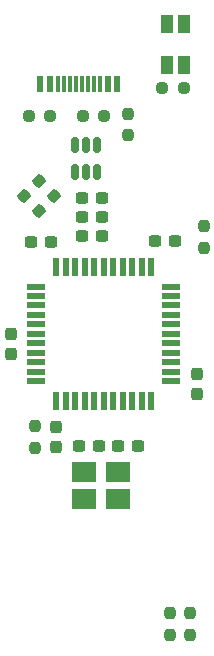
<source format=gtp>
%TF.GenerationSoftware,KiCad,Pcbnew,8.0.5*%
%TF.CreationDate,2024-11-06T11:00:09+13:00*%
%TF.ProjectId,usb_gpib_v3,7573625f-6770-4696-925f-76332e6b6963,C*%
%TF.SameCoordinates,Original*%
%TF.FileFunction,Paste,Top*%
%TF.FilePolarity,Positive*%
%FSLAX46Y46*%
G04 Gerber Fmt 4.6, Leading zero omitted, Abs format (unit mm)*
G04 Created by KiCad (PCBNEW 8.0.5) date 2024-11-06 11:00:09*
%MOMM*%
%LPD*%
G01*
G04 APERTURE LIST*
G04 Aperture macros list*
%AMRoundRect*
0 Rectangle with rounded corners*
0 $1 Rounding radius*
0 $2 $3 $4 $5 $6 $7 $8 $9 X,Y pos of 4 corners*
0 Add a 4 corners polygon primitive as box body*
4,1,4,$2,$3,$4,$5,$6,$7,$8,$9,$2,$3,0*
0 Add four circle primitives for the rounded corners*
1,1,$1+$1,$2,$3*
1,1,$1+$1,$4,$5*
1,1,$1+$1,$6,$7*
1,1,$1+$1,$8,$9*
0 Add four rect primitives between the rounded corners*
20,1,$1+$1,$2,$3,$4,$5,0*
20,1,$1+$1,$4,$5,$6,$7,0*
20,1,$1+$1,$6,$7,$8,$9,0*
20,1,$1+$1,$8,$9,$2,$3,0*%
G04 Aperture macros list end*
%ADD10RoundRect,0.237500X-0.300000X-0.237500X0.300000X-0.237500X0.300000X0.237500X-0.300000X0.237500X0*%
%ADD11RoundRect,0.237500X-0.237500X0.250000X-0.237500X-0.250000X0.237500X-0.250000X0.237500X0.250000X0*%
%ADD12RoundRect,0.237500X0.300000X0.237500X-0.300000X0.237500X-0.300000X-0.237500X0.300000X-0.237500X0*%
%ADD13RoundRect,0.237500X0.250000X0.237500X-0.250000X0.237500X-0.250000X-0.237500X0.250000X-0.237500X0*%
%ADD14RoundRect,0.237500X0.008839X0.344715X-0.344715X-0.008839X-0.008839X-0.344715X0.344715X0.008839X0*%
%ADD15R,1.500000X0.550000*%
%ADD16R,0.550000X1.500000*%
%ADD17RoundRect,0.237500X-0.250000X-0.237500X0.250000X-0.237500X0.250000X0.237500X-0.250000X0.237500X0*%
%ADD18R,0.600000X1.450000*%
%ADD19R,0.300000X1.450000*%
%ADD20RoundRect,0.237500X-0.237500X0.300000X-0.237500X-0.300000X0.237500X-0.300000X0.237500X0.300000X0*%
%ADD21R,0.990600X1.500000*%
%ADD22RoundRect,0.150000X-0.150000X0.512500X-0.150000X-0.512500X0.150000X-0.512500X0.150000X0.512500X0*%
%ADD23R,2.100000X1.800000*%
%ADD24RoundRect,0.237500X0.237500X-0.250000X0.237500X0.250000X-0.237500X0.250000X-0.237500X-0.250000X0*%
G04 APERTURE END LIST*
D10*
%TO.C,C2*%
X106071500Y-101854000D03*
X107796500Y-101854000D03*
%TD*%
D11*
%TO.C,R10*%
X113792000Y-115978300D03*
X113792000Y-117803300D03*
%TD*%
D12*
%TO.C,C6*%
X114237500Y-84500000D03*
X112512500Y-84500000D03*
%TD*%
D13*
%TO.C,R7*%
X108262500Y-73914000D03*
X106437500Y-73914000D03*
%TD*%
%TO.C,R8*%
X103687500Y-73914000D03*
X101862500Y-73914000D03*
%TD*%
D11*
%TO.C,R9*%
X115468400Y-115980200D03*
X115468400Y-117805200D03*
%TD*%
D12*
%TO.C,C5*%
X103732500Y-84550000D03*
X102007500Y-84550000D03*
%TD*%
D14*
%TO.C,R1*%
X102753235Y-79364765D03*
X101462765Y-80655235D03*
%TD*%
D15*
%TO.C,U1*%
X102504000Y-88340000D03*
X102504000Y-89140000D03*
X102504000Y-89940000D03*
X102504000Y-90740000D03*
X102504000Y-91540000D03*
X102504000Y-92340000D03*
X102504000Y-93140000D03*
X102504000Y-93940000D03*
X102504000Y-94740000D03*
X102504000Y-95540000D03*
X102504000Y-96340000D03*
D16*
X104204000Y-98040000D03*
X105004000Y-98040000D03*
X105804000Y-98040000D03*
X106604000Y-98040000D03*
X107404000Y-98040000D03*
X108204000Y-98040000D03*
X109004000Y-98040000D03*
X109804000Y-98040000D03*
X110604000Y-98040000D03*
X111404000Y-98040000D03*
X112204000Y-98040000D03*
D15*
X113904000Y-96340000D03*
X113904000Y-95540000D03*
X113904000Y-94740000D03*
X113904000Y-93940000D03*
X113904000Y-93140000D03*
X113904000Y-92340000D03*
X113904000Y-91540000D03*
X113904000Y-90740000D03*
X113904000Y-89940000D03*
X113904000Y-89140000D03*
X113904000Y-88340000D03*
D16*
X112204000Y-86640000D03*
X111404000Y-86640000D03*
X110604000Y-86640000D03*
X109804000Y-86640000D03*
X109004000Y-86640000D03*
X108204000Y-86640000D03*
X107404000Y-86640000D03*
X106604000Y-86640000D03*
X105804000Y-86640000D03*
X105004000Y-86640000D03*
X104204000Y-86640000D03*
%TD*%
D10*
%TO.C,C4*%
X106325500Y-82440000D03*
X108050500Y-82440000D03*
%TD*%
D14*
%TO.C,R2*%
X104023235Y-80634765D03*
X102732765Y-81925235D03*
%TD*%
D10*
%TO.C,C8*%
X106325500Y-84020000D03*
X108050500Y-84020000D03*
%TD*%
D17*
%TO.C,R6*%
X113162500Y-71550000D03*
X114987500Y-71550000D03*
%TD*%
D18*
%TO.C,J2*%
X109350000Y-71220000D03*
X108550000Y-71220000D03*
D19*
X107350000Y-71220000D03*
X106350000Y-71220000D03*
X105850000Y-71220000D03*
X104850000Y-71220000D03*
D18*
X103650000Y-71220000D03*
X102850000Y-71220000D03*
X102850000Y-71220000D03*
X103650000Y-71220000D03*
D19*
X104350000Y-71220000D03*
X105350000Y-71220000D03*
X106850000Y-71220000D03*
X107850000Y-71220000D03*
D18*
X108550000Y-71220000D03*
X109350000Y-71220000D03*
%TD*%
D20*
%TO.C,C7*%
X116078000Y-95727500D03*
X116078000Y-97452500D03*
%TD*%
D12*
%TO.C,C1*%
X111098500Y-101854000D03*
X109373500Y-101854000D03*
%TD*%
D21*
%TO.C,LED1*%
X113580000Y-69620000D03*
X113579999Y-66120000D03*
X114980001Y-69620000D03*
X114980001Y-66120000D03*
%TD*%
D10*
%TO.C,C10*%
X106325500Y-80860000D03*
X108050500Y-80860000D03*
%TD*%
D22*
%TO.C,U2*%
X107630000Y-76332500D03*
X106680000Y-76332500D03*
X105730000Y-76332500D03*
X105730000Y-78607500D03*
X106680000Y-78607500D03*
X107630000Y-78607500D03*
%TD*%
D23*
%TO.C,X1*%
X109400000Y-104006000D03*
X106500000Y-104006000D03*
X106500000Y-106306000D03*
X109400000Y-106306000D03*
%TD*%
D20*
%TO.C,C9*%
X104140000Y-100229500D03*
X104140000Y-101954500D03*
%TD*%
D24*
%TO.C,R3*%
X102362000Y-102004500D03*
X102362000Y-100179500D03*
%TD*%
D20*
%TO.C,C3*%
X100330000Y-92355500D03*
X100330000Y-94080500D03*
%TD*%
D11*
%TO.C,R4*%
X116675000Y-83237500D03*
X116675000Y-85062500D03*
%TD*%
D24*
%TO.C,R5*%
X110250000Y-75512500D03*
X110250000Y-73687500D03*
%TD*%
M02*

</source>
